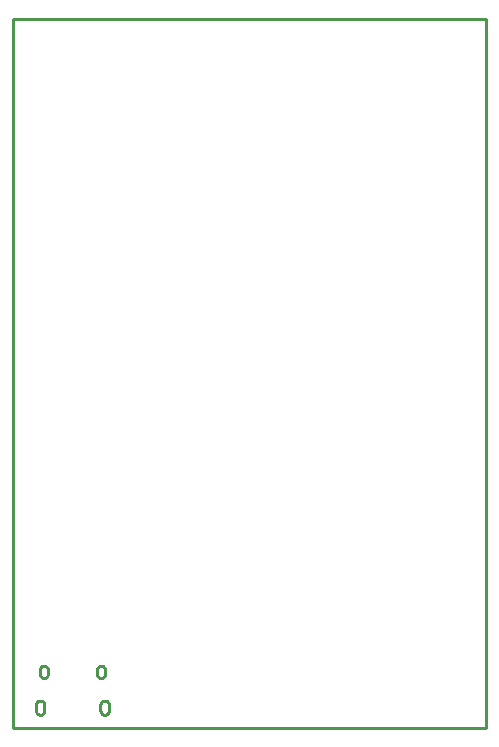
<source format=gbr>
G04 EAGLE Gerber RS-274X export*
G75*
%MOMM*%
%FSLAX34Y34*%
%LPD*%
%IN*%
%IPPOS*%
%AMOC8*
5,1,8,0,0,1.08239X$1,22.5*%
G01*
G04 Define Apertures*
%ADD10C,0.254000*%
D10*
X0Y0D02*
X400000Y0D01*
X400000Y600000D01*
X0Y600000D01*
X0Y0D01*
X22500Y45300D02*
X22512Y45017D01*
X22549Y44736D01*
X22611Y44459D01*
X22696Y44188D01*
X22805Y43927D01*
X22935Y43675D01*
X23088Y43436D01*
X23260Y43211D01*
X23452Y43002D01*
X23661Y42810D01*
X23886Y42638D01*
X24125Y42485D01*
X24377Y42355D01*
X24638Y42246D01*
X24909Y42161D01*
X25186Y42099D01*
X25467Y42062D01*
X25750Y42050D01*
X26033Y42062D01*
X26314Y42099D01*
X26591Y42161D01*
X26862Y42246D01*
X27124Y42355D01*
X27375Y42485D01*
X27614Y42638D01*
X27839Y42810D01*
X28048Y43002D01*
X28240Y43211D01*
X28412Y43436D01*
X28565Y43675D01*
X28696Y43927D01*
X28804Y44188D01*
X28889Y44459D01*
X28951Y44736D01*
X28988Y45017D01*
X29000Y45300D01*
X29000Y49300D01*
X28988Y49583D01*
X28951Y49864D01*
X28889Y50141D01*
X28804Y50412D01*
X28696Y50674D01*
X28565Y50925D01*
X28412Y51164D01*
X28240Y51389D01*
X28048Y51598D01*
X27839Y51790D01*
X27614Y51962D01*
X27375Y52115D01*
X27124Y52246D01*
X26862Y52354D01*
X26591Y52439D01*
X26314Y52501D01*
X26033Y52538D01*
X25750Y52550D01*
X25467Y52538D01*
X25186Y52501D01*
X24909Y52439D01*
X24638Y52354D01*
X24377Y52246D01*
X24125Y52115D01*
X23886Y51962D01*
X23661Y51790D01*
X23452Y51598D01*
X23260Y51389D01*
X23088Y51164D01*
X22935Y50925D01*
X22805Y50674D01*
X22696Y50412D01*
X22611Y50141D01*
X22549Y49864D01*
X22512Y49583D01*
X22500Y49300D01*
X22500Y45300D01*
X73750Y14300D02*
X73763Y14012D01*
X73800Y13727D01*
X73862Y13446D01*
X73949Y13171D01*
X74059Y12905D01*
X74192Y12650D01*
X74347Y12407D01*
X74522Y12179D01*
X74717Y11967D01*
X74929Y11772D01*
X75157Y11597D01*
X75400Y11442D01*
X75655Y11309D01*
X75921Y11199D01*
X76196Y11112D01*
X76477Y11050D01*
X76762Y11013D01*
X77050Y11000D01*
X77450Y11000D01*
X77738Y11013D01*
X78023Y11050D01*
X78304Y11112D01*
X78579Y11199D01*
X78845Y11309D01*
X79100Y11442D01*
X79343Y11597D01*
X79571Y11772D01*
X79783Y11967D01*
X79978Y12179D01*
X80153Y12407D01*
X80308Y12650D01*
X80441Y12905D01*
X80551Y13171D01*
X80638Y13446D01*
X80700Y13727D01*
X80737Y14012D01*
X80750Y14300D01*
X80750Y19700D01*
X80737Y19988D01*
X80700Y20273D01*
X80638Y20554D01*
X80551Y20829D01*
X80441Y21095D01*
X80308Y21350D01*
X80153Y21593D01*
X79978Y21821D01*
X79783Y22033D01*
X79571Y22228D01*
X79343Y22403D01*
X79100Y22558D01*
X78845Y22691D01*
X78579Y22801D01*
X78304Y22888D01*
X78023Y22950D01*
X77738Y22987D01*
X77450Y23000D01*
X77050Y23000D01*
X76762Y22987D01*
X76477Y22950D01*
X76196Y22888D01*
X75921Y22801D01*
X75655Y22691D01*
X75400Y22558D01*
X75157Y22403D01*
X74929Y22228D01*
X74717Y22033D01*
X74522Y21821D01*
X74347Y21593D01*
X74192Y21350D01*
X74059Y21095D01*
X73949Y20829D01*
X73862Y20554D01*
X73800Y20273D01*
X73763Y19988D01*
X73750Y19700D01*
X73750Y14300D01*
X19250Y14300D02*
X19263Y14012D01*
X19300Y13727D01*
X19362Y13446D01*
X19449Y13171D01*
X19559Y12905D01*
X19692Y12650D01*
X19847Y12407D01*
X20022Y12179D01*
X20217Y11967D01*
X20429Y11772D01*
X20657Y11597D01*
X20900Y11442D01*
X21155Y11309D01*
X21421Y11199D01*
X21696Y11112D01*
X21977Y11050D01*
X22262Y11013D01*
X22550Y11000D01*
X22950Y11000D01*
X23238Y11013D01*
X23523Y11050D01*
X23804Y11112D01*
X24079Y11199D01*
X24345Y11309D01*
X24600Y11442D01*
X24843Y11597D01*
X25071Y11772D01*
X25283Y11967D01*
X25478Y12179D01*
X25653Y12407D01*
X25808Y12650D01*
X25941Y12905D01*
X26051Y13171D01*
X26138Y13446D01*
X26200Y13727D01*
X26237Y14012D01*
X26250Y14300D01*
X26250Y19700D01*
X26237Y19988D01*
X26200Y20273D01*
X26138Y20554D01*
X26051Y20829D01*
X25941Y21095D01*
X25808Y21350D01*
X25653Y21593D01*
X25478Y21821D01*
X25283Y22033D01*
X25071Y22228D01*
X24843Y22403D01*
X24600Y22558D01*
X24345Y22691D01*
X24079Y22801D01*
X23804Y22888D01*
X23523Y22950D01*
X23238Y22987D01*
X22950Y23000D01*
X22550Y23000D01*
X22262Y22987D01*
X21977Y22950D01*
X21696Y22888D01*
X21421Y22801D01*
X21155Y22691D01*
X20900Y22558D01*
X20657Y22403D01*
X20429Y22228D01*
X20217Y22033D01*
X20022Y21821D01*
X19847Y21593D01*
X19692Y21350D01*
X19559Y21095D01*
X19449Y20829D01*
X19362Y20554D01*
X19300Y20273D01*
X19263Y19988D01*
X19250Y19700D01*
X19250Y14300D01*
X71000Y45300D02*
X71012Y45017D01*
X71049Y44736D01*
X71111Y44459D01*
X71196Y44188D01*
X71305Y43927D01*
X71435Y43675D01*
X71588Y43436D01*
X71760Y43211D01*
X71952Y43002D01*
X72161Y42810D01*
X72386Y42638D01*
X72625Y42485D01*
X72877Y42355D01*
X73138Y42246D01*
X73409Y42161D01*
X73686Y42099D01*
X73967Y42062D01*
X74250Y42050D01*
X74533Y42062D01*
X74814Y42099D01*
X75091Y42161D01*
X75362Y42246D01*
X75624Y42355D01*
X75875Y42485D01*
X76114Y42638D01*
X76339Y42810D01*
X76548Y43002D01*
X76740Y43211D01*
X76912Y43436D01*
X77065Y43675D01*
X77196Y43927D01*
X77304Y44188D01*
X77389Y44459D01*
X77451Y44736D01*
X77488Y45017D01*
X77500Y45300D01*
X77500Y49300D01*
X77488Y49583D01*
X77451Y49864D01*
X77389Y50141D01*
X77304Y50412D01*
X77196Y50674D01*
X77065Y50925D01*
X76912Y51164D01*
X76740Y51389D01*
X76548Y51598D01*
X76339Y51790D01*
X76114Y51962D01*
X75875Y52115D01*
X75624Y52246D01*
X75362Y52354D01*
X75091Y52439D01*
X74814Y52501D01*
X74533Y52538D01*
X74250Y52550D01*
X73967Y52538D01*
X73686Y52501D01*
X73409Y52439D01*
X73138Y52354D01*
X72877Y52246D01*
X72625Y52115D01*
X72386Y51962D01*
X72161Y51790D01*
X71952Y51598D01*
X71760Y51389D01*
X71588Y51164D01*
X71435Y50925D01*
X71305Y50674D01*
X71196Y50412D01*
X71111Y50141D01*
X71049Y49864D01*
X71012Y49583D01*
X71000Y49300D01*
X71000Y45300D01*
M02*

</source>
